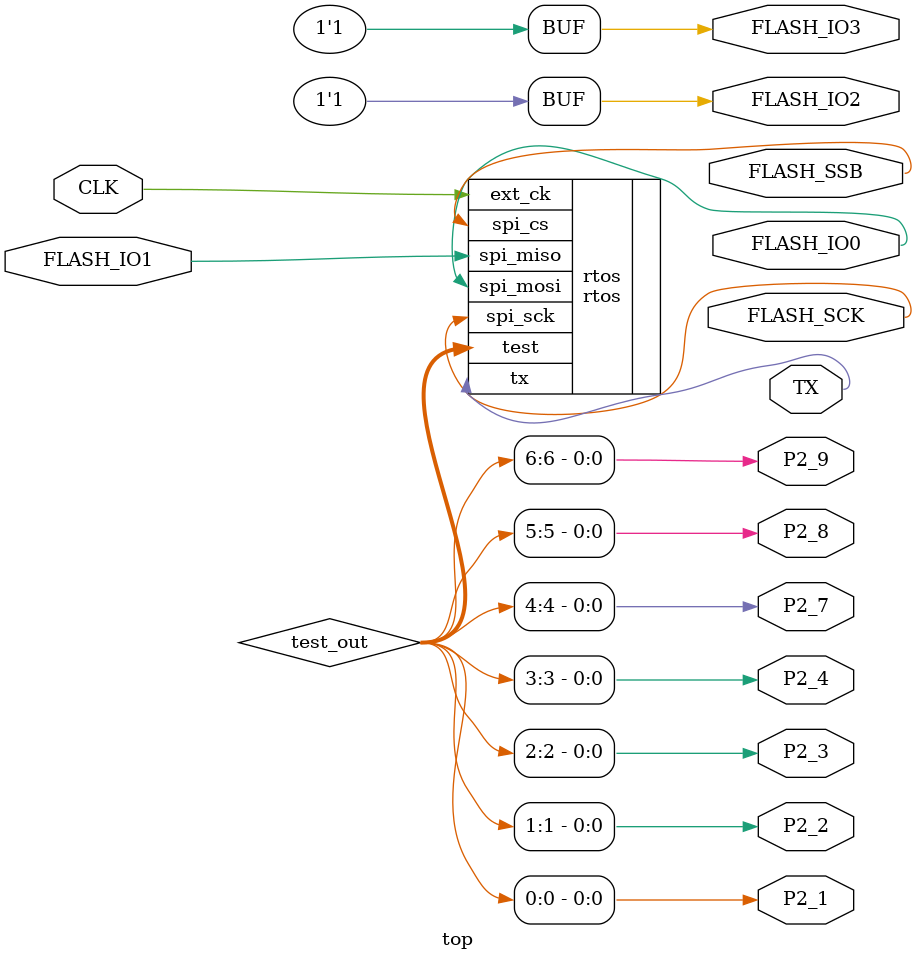
<source format=v>


`default_nettype none

   /*
    *
    */

module top (
    input wire CLK, 
    output wire TX, 

    // XIP Flash
    output wire FLASH_SCK,
    output wire FLASH_SSB,
    output wire FLASH_IO0,
    input  wire FLASH_IO1,
    output wire FLASH_IO2,
    output wire FLASH_IO3,

    // Test Port
    output wire P2_1,
    output wire P2_2,
    output wire P2_3,
    output wire P2_4,
    output wire P2_7,
    output wire P2_8,
    output wire P2_9
);

    /* verilator lint_off UNUSED */
    wire [7:0] test_out;
    /* verilator lint_on UNUSED */

    assign P2_1 = test_out[0];
    assign P2_2 = test_out[1];
    assign P2_3 = test_out[2];
    assign P2_4 = test_out[3];
    assign P2_7 = test_out[4];
    assign P2_8 = test_out[5];
    assign P2_9 = test_out[6];

    assign FLASH_IO2 = 1;
    assign FLASH_IO3 = 1;

    rtos rtos(
        .ext_ck(CLK),

        .tx(TX),

        .spi_sck(FLASH_SCK),
        .spi_cs(FLASH_SSB),
        .spi_mosi(FLASH_IO0),
        .spi_miso(FLASH_IO1),

        // Test pins
        .test(test_out)
    );

endmodule


</source>
